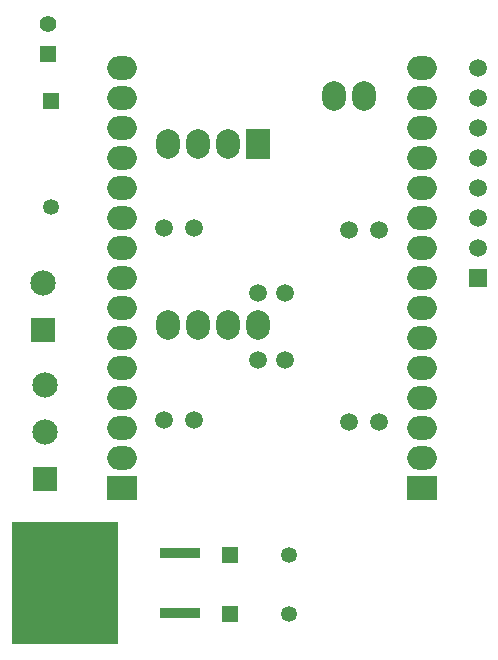
<source format=gbr>
G04*
G04 #@! TF.GenerationSoftware,Altium Limited,Altium Designer,25.4.2 (15)*
G04*
G04 Layer_Color=255*
%FSLAX44Y44*%
%MOMM*%
G71*
G04*
G04 #@! TF.SameCoordinates,6A45B100-41C4-4237-90B8-33650A0F4B54*
G04*
G04*
G04 #@! TF.FilePolarity,Positive*
G04*
G01*
G75*
%ADD14R,9.0000X10.3500*%
%ADD15R,3.5000X0.9500*%
%ADD33C,1.3500*%
%ADD34R,1.3500X1.3500*%
%ADD35O,2.0000X2.5000*%
%ADD36R,2.0000X2.5000*%
%ADD37C,1.5000*%
%ADD38R,1.5000X1.5000*%
%ADD39O,2.5000X2.0000*%
%ADD40R,2.5000X2.0000*%
%ADD41C,2.1500*%
%ADD42R,2.1500X2.1500*%
%ADD43C,1.4000*%
%ADD44R,1.4000X1.4000*%
%ADD45R,1.3500X1.3500*%
D14*
X58000Y56250D02*
D03*
D15*
X155500Y81650D02*
D03*
Y30850D02*
D03*
D33*
X247750Y30500D02*
D03*
Y79750D02*
D03*
X46250Y374750D02*
D03*
D34*
X197750Y30500D02*
D03*
Y79750D02*
D03*
D35*
X285450Y468800D02*
D03*
X310850D02*
D03*
X145050Y274600D02*
D03*
X170450D02*
D03*
X195850D02*
D03*
X221250D02*
D03*
X145050Y428000D02*
D03*
X170450D02*
D03*
X195850D02*
D03*
D36*
X221250D02*
D03*
D37*
X221250Y302000D02*
D03*
Y245000D02*
D03*
X407500Y339900D02*
D03*
Y365300D02*
D03*
Y390700D02*
D03*
Y416100D02*
D03*
Y441500D02*
D03*
Y466900D02*
D03*
Y492300D02*
D03*
X141750Y357060D02*
D03*
X167150D02*
D03*
X244000Y245000D02*
D03*
Y302000D02*
D03*
X323500Y192940D02*
D03*
X298100D02*
D03*
Y355500D02*
D03*
X323500D02*
D03*
X167150Y194500D02*
D03*
X141750D02*
D03*
D38*
X407500Y314500D02*
D03*
D39*
X360500Y492300D02*
D03*
Y466900D02*
D03*
Y441500D02*
D03*
Y416100D02*
D03*
Y390700D02*
D03*
Y365300D02*
D03*
Y339900D02*
D03*
Y314500D02*
D03*
Y289100D02*
D03*
Y263700D02*
D03*
Y238300D02*
D03*
Y212900D02*
D03*
Y187500D02*
D03*
Y162100D02*
D03*
X106500Y212900D02*
D03*
Y492300D02*
D03*
Y466900D02*
D03*
Y441500D02*
D03*
Y416100D02*
D03*
Y390700D02*
D03*
Y365300D02*
D03*
Y339900D02*
D03*
Y314500D02*
D03*
Y289100D02*
D03*
Y263700D02*
D03*
Y238300D02*
D03*
Y187500D02*
D03*
Y162100D02*
D03*
D40*
X360500Y136700D02*
D03*
X106500D02*
D03*
D41*
X40750Y223850D02*
D03*
Y184250D02*
D03*
X39250Y310500D02*
D03*
D42*
X40750Y144650D02*
D03*
X39250Y270900D02*
D03*
D43*
X43750Y529701D02*
D03*
D44*
Y504300D02*
D03*
D45*
X46250Y464750D02*
D03*
M02*

</source>
